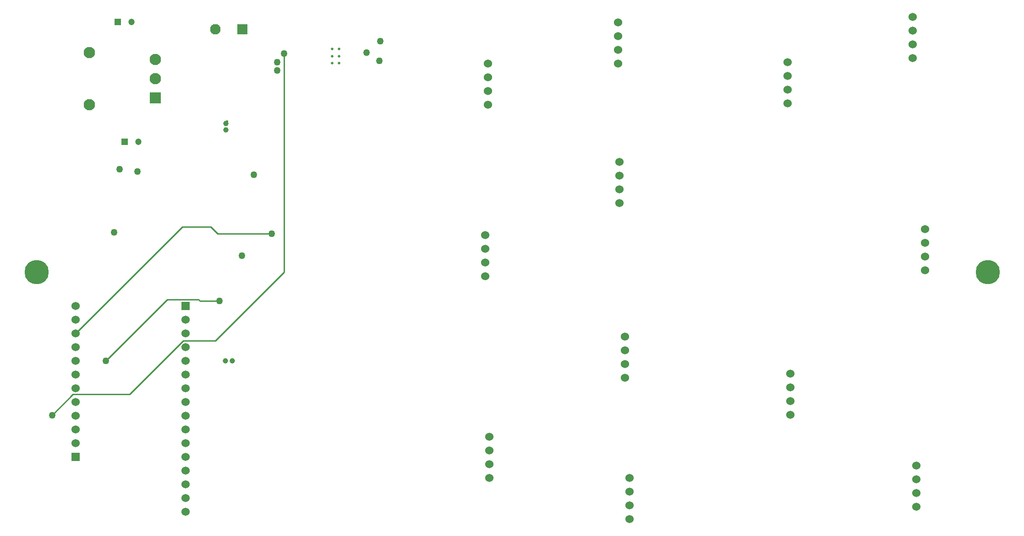
<source format=gbl>
G04*
G04 #@! TF.GenerationSoftware,Altium Limited,Altium Designer,24.7.2 (38)*
G04*
G04 Layer_Physical_Order=4*
G04 Layer_Color=16711680*
%FSLAX44Y44*%
%MOMM*%
G71*
G04*
G04 #@! TF.SameCoordinates,47DF3F7B-CD24-4F9F-A129-F279A797EA3D*
G04*
G04*
G04 #@! TF.FilePolarity,Positive*
G04*
G01*
G75*
%ADD12C,0.2540*%
%ADD45R,1.2000X1.2000*%
%ADD46C,1.2000*%
%ADD54C,0.3810*%
%ADD56C,1.9500*%
%ADD57R,1.9500X1.9500*%
%ADD58C,1.0000*%
%ADD59C,1.5240*%
%ADD61C,4.5000*%
%ADD62C,1.5300*%
%ADD63R,1.5300X1.5300*%
%ADD64R,2.1000X2.1000*%
%ADD65C,2.1000*%
%ADD66C,1.2700*%
%ADD67C,0.5000*%
D12*
X1761460Y3898870D02*
X1865903D01*
X1722755Y3860165D02*
X1761460Y3898870D01*
X2151380Y4124780D02*
Y4530090D01*
X1766570Y4011930D02*
X1963420Y4208780D01*
X2016020D01*
X2028720Y4196080D01*
X2128520D01*
X1965023Y3997990D02*
X2024590D01*
X2151380Y4124780D01*
X1865903Y3898870D02*
X1965023Y3997990D01*
X1822450Y3961130D02*
X1935510Y4074190D01*
X1993611D01*
X1996181Y4071620D01*
X2032000D01*
D45*
X1856940Y4366260D02*
D03*
X1844440Y4588510D02*
D03*
D46*
X1881940Y4366260D02*
D03*
X1869440Y4588510D02*
D03*
D54*
X2043630Y4400550D02*
Y4402225D01*
X2045970Y4404565D01*
D56*
X2024780Y4574540D02*
D03*
D57*
X2074780D02*
D03*
D58*
X2055930Y3961130D02*
D03*
X2043430D02*
D03*
X2043630Y4388050D02*
D03*
Y4400550D02*
D03*
D59*
X2528570Y4434840D02*
D03*
Y4460240D02*
D03*
Y4485640D02*
D03*
Y4511040D02*
D03*
X2771200Y4253275D02*
D03*
Y4278676D02*
D03*
Y4304076D02*
D03*
Y4329475D02*
D03*
X3087370Y3860800D02*
D03*
Y3886200D02*
D03*
Y3911600D02*
D03*
Y3937000D02*
D03*
X3336290Y4128770D02*
D03*
Y4154170D02*
D03*
Y4179570D02*
D03*
Y4204970D02*
D03*
X2790190Y3667760D02*
D03*
Y3693160D02*
D03*
Y3718560D02*
D03*
Y3743960D02*
D03*
X2768660Y4511086D02*
D03*
Y4536486D02*
D03*
Y4561885D02*
D03*
Y4587285D02*
D03*
X3313430Y4521200D02*
D03*
Y4546600D02*
D03*
Y4572000D02*
D03*
Y4597400D02*
D03*
X2531110Y3820160D02*
D03*
Y3794760D02*
D03*
Y3769360D02*
D03*
Y3743960D02*
D03*
X2523490Y4193540D02*
D03*
Y4168140D02*
D03*
Y4142740D02*
D03*
Y4117340D02*
D03*
X2781300Y3929380D02*
D03*
Y3954780D02*
D03*
Y3980180D02*
D03*
Y4005580D02*
D03*
X3319840Y3690666D02*
D03*
Y3716065D02*
D03*
Y3741465D02*
D03*
Y3766866D02*
D03*
X3082290Y4513580D02*
D03*
Y4488180D02*
D03*
Y4462780D02*
D03*
Y4437380D02*
D03*
D61*
X1694180Y4124960D02*
D03*
X3451860D02*
D03*
D62*
X1969770Y4037330D02*
D03*
Y3834130D02*
D03*
Y3808730D02*
D03*
Y3783330D02*
D03*
Y3707130D02*
D03*
Y3732530D02*
D03*
Y3757930D02*
D03*
Y3681730D02*
D03*
X1766570Y4062730D02*
D03*
Y4037330D02*
D03*
Y4011930D02*
D03*
Y3808730D02*
D03*
Y3834130D02*
D03*
Y3859530D02*
D03*
Y3884930D02*
D03*
Y3910330D02*
D03*
Y3935730D02*
D03*
Y3961130D02*
D03*
Y3986530D02*
D03*
X1969770Y4011930D02*
D03*
Y3986530D02*
D03*
Y3961130D02*
D03*
Y3935730D02*
D03*
Y3910330D02*
D03*
Y3884930D02*
D03*
Y3859530D02*
D03*
D63*
Y4062730D02*
D03*
X1766570Y3783330D02*
D03*
D64*
X1913870Y4447510D02*
D03*
D65*
Y4483110D02*
D03*
Y4518710D02*
D03*
X1791970Y4531360D02*
D03*
Y4434860D02*
D03*
D66*
X1722755Y3860165D02*
D03*
X1880870Y4311650D02*
D03*
X1837690Y4198620D02*
D03*
X1847850Y4315460D02*
D03*
X2329180Y4552950D02*
D03*
X2327910Y4516120D02*
D03*
X2303780Y4531360D02*
D03*
X2138680Y4498340D02*
D03*
Y4513580D02*
D03*
X2151380Y4530090D02*
D03*
X2073910Y4155440D02*
D03*
X2128520Y4196080D02*
D03*
X2095500Y4305300D02*
D03*
X1822450Y3961130D02*
D03*
X2032000Y4071620D02*
D03*
D67*
X2253130Y4525010D02*
D03*
Y4538010D02*
D03*
Y4512010D02*
D03*
X2240130D02*
D03*
Y4538010D02*
D03*
Y4525010D02*
D03*
M02*

</source>
